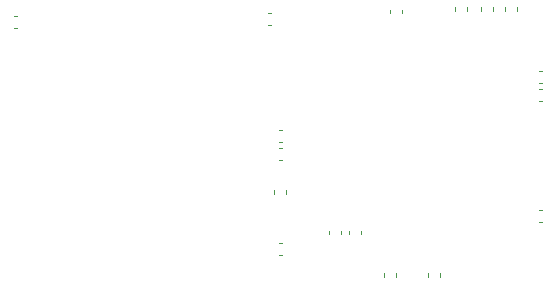
<source format=gbr>
%TF.GenerationSoftware,KiCad,Pcbnew,7.0.8-7.0.8~ubuntu22.04.1*%
%TF.CreationDate,2023-10-10T13:43:41+03:00*%
%TF.ProjectId,minifp,6d696e69-6670-42e6-9b69-6361645f7063,rev?*%
%TF.SameCoordinates,Original*%
%TF.FileFunction,Legend,Bot*%
%TF.FilePolarity,Positive*%
%FSLAX46Y46*%
G04 Gerber Fmt 4.6, Leading zero omitted, Abs format (unit mm)*
G04 Created by KiCad (PCBNEW 7.0.8-7.0.8~ubuntu22.04.1) date 2023-10-10 13:43:41*
%MOMM*%
%LPD*%
G01*
G04 APERTURE LIST*
%ADD10C,0.120000*%
G04 APERTURE END LIST*
D10*
%TO.C,C9*%
X137740580Y-109847500D02*
X137459420Y-109847500D01*
X137740580Y-108827500D02*
X137459420Y-108827500D01*
%TO.C,C18*%
X116218580Y-110110000D02*
X115937420Y-110110000D01*
X116218580Y-109090000D02*
X115937420Y-109090000D01*
%TO.C,C2*%
X160359420Y-115240000D02*
X160640580Y-115240000D01*
X160359420Y-116260000D02*
X160640580Y-116260000D01*
%TO.C,C19*%
X138640580Y-119760000D02*
X138359420Y-119760000D01*
X138640580Y-118740000D02*
X138359420Y-118740000D01*
%TO.C,C15*%
X148290000Y-130859420D02*
X148290000Y-131140580D01*
X147270000Y-130859420D02*
X147270000Y-131140580D01*
%TO.C,C16*%
X138640580Y-129288000D02*
X138359420Y-129288000D01*
X138640580Y-128268000D02*
X138359420Y-128268000D01*
%TO.C,C5*%
X157490000Y-108640580D02*
X157490000Y-108359420D01*
X158510000Y-108640580D02*
X158510000Y-108359420D01*
%TO.C,C4*%
X144270000Y-127550580D02*
X144270000Y-127269420D01*
X145290000Y-127550580D02*
X145290000Y-127269420D01*
%TO.C,C3*%
X138640580Y-121260000D02*
X138359420Y-121260000D01*
X138640580Y-120240000D02*
X138359420Y-120240000D01*
%TO.C,C13*%
X160359420Y-125490000D02*
X160640580Y-125490000D01*
X160359420Y-126510000D02*
X160640580Y-126510000D01*
%TO.C,C6*%
X142570000Y-127550580D02*
X142570000Y-127269420D01*
X143590000Y-127550580D02*
X143590000Y-127269420D01*
%TO.C,C1*%
X155490000Y-108640580D02*
X155490000Y-108359420D01*
X156510000Y-108640580D02*
X156510000Y-108359420D01*
%TO.C,C17*%
X137990000Y-124115580D02*
X137990000Y-123834420D01*
X139010000Y-124115580D02*
X139010000Y-123834420D01*
%TO.C,C14*%
X152010000Y-130859420D02*
X152010000Y-131140580D01*
X150990000Y-130859420D02*
X150990000Y-131140580D01*
%TO.C,C12*%
X160359420Y-113740000D02*
X160640580Y-113740000D01*
X160359420Y-114760000D02*
X160640580Y-114760000D01*
%TO.C,C10*%
X147770000Y-108840580D02*
X147770000Y-108559420D01*
X148790000Y-108840580D02*
X148790000Y-108559420D01*
%TO.C,C11*%
X153270000Y-108640580D02*
X153270000Y-108359420D01*
X154290000Y-108640580D02*
X154290000Y-108359420D01*
%TD*%
M02*

</source>
